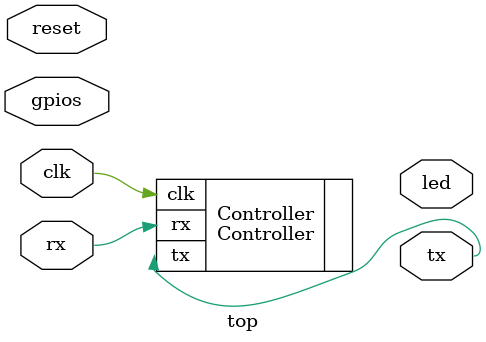
<source format=v>
module top (
    input wire clk,
    input wire reset,
    input wire rx,
    output wire tx,
    output wire [7:0]led,
    inout [5:0]gpios
);

Controller #(
    .CLK_FREQ(27000000)
) Controller(
    .clk(clk),
    .tx(tx),
    .rx(rx)
);
    
endmodule

</source>
